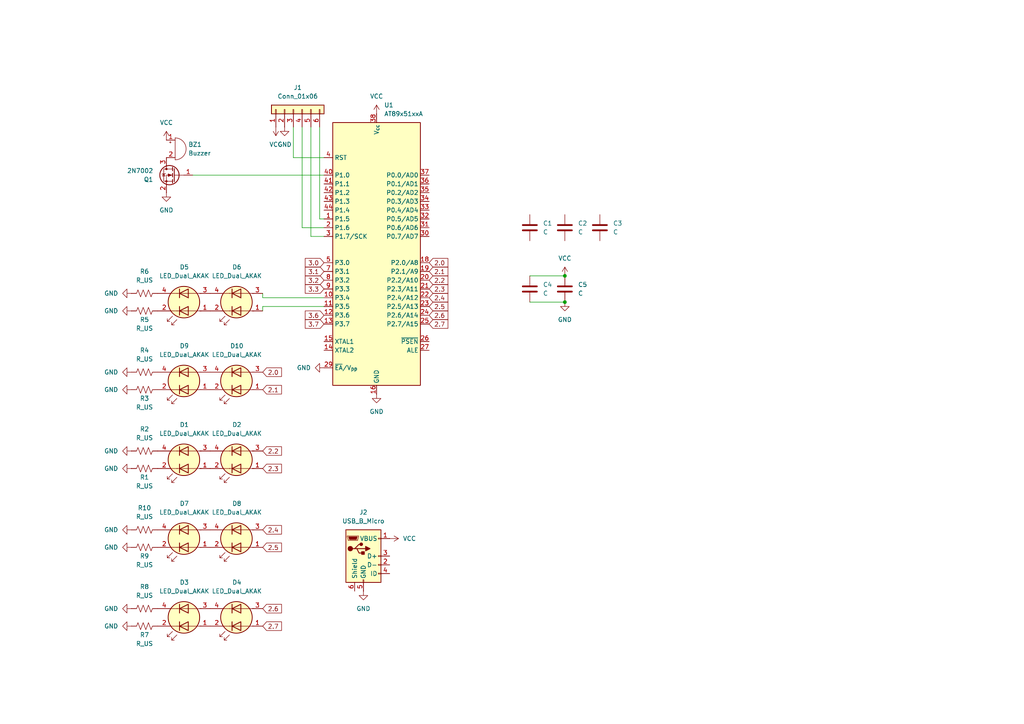
<source format=kicad_sch>
(kicad_sch (version 20231120) (generator "eeschema") (generator_version "8.0")
  (paper "A4")
  (lib_symbols
    (symbol "hacky-holidays:2N7002" (pin_names hide)
      (property "Reference" "Q" (at 5.08 1.905 0))
      (property "Value" "2N7002" (at 5.08 0 0))
      (symbol "2N7002_0_1"
        (polyline (pts (xy 0.254 0) (xy -2.54 0)))
        (polyline (pts (xy 0.254 1.905) (xy 0.254 -1.905)) (stroke (width 0.254)))
        (polyline (pts (xy 0.762 -1.27) (xy 0.762 -2.286)) (stroke (width 0.254)))
        (polyline (pts (xy 0.762 0.508) (xy 0.762 -0.508)) (stroke (width 0.254)))
        (polyline (pts (xy 0.762 2.286) (xy 0.762 1.27)) (stroke (width 0.254)))
        (polyline (pts (xy 2.54 2.54) (xy 2.54 1.778)))
        (polyline (pts (xy 2.54 -2.54) (xy 2.54 0) (xy 0.762 0)))
        (polyline (pts (xy 0.762 -1.778) (xy 3.302 -1.778) (xy 3.302 1.778) (xy 0.762 1.778)))
        (polyline (pts (xy 1.016 0) (xy 2.032 0.381) (xy 2.032 -0.381) (xy 1.016 0)) (fill (type outline)))
        (polyline (pts (xy 2.794 0.508) (xy 2.921 0.381) (xy 3.683 0.381) (xy 3.81 0.254)))
        (polyline (pts (xy 3.302 0.381) (xy 2.921 -0.254) (xy 3.683 -0.254) (xy 3.302 0.381)))
        (circle (center 1.651 0) (radius 2.794) (stroke (width 0.254)))
        (circle (center 2.54 -1.778) (radius 0.254) (fill (type outline)))
        (circle (center 2.54 1.778) (radius 0.254) (fill (type outline)))
      )
      (symbol "2N7002_1_1"
        (pin input line (at -5.08 0 0) (length 2.54) (name "G") (number "1"))
        (pin passive line (at 2.54 -5.08 90) (length 2.54) (name "S") (number "2"))
        (pin passive line (at 2.54 5.08 270) (length 2.54) (name "D") (number "3"))
      )
    )
    (symbol "hacky-holidays:AT89x51xxA"
      (property "Reference" "U" (at 0 0 0))
      (property "Value" "AT89x51xxA" (at 0 0 0))
      (symbol "AT89x51xxA_1_0"
        (pin bidirectional line (at -15.24 17.78 0) (length 2.54) (name "P1.2") (number "42"))
      )
      (symbol "AT89x51xxA_1_1"
        (polyline (pts (xy -12.7 38.1) (xy 12.7 38.1) (xy 12.7 -38.1) (xy -12.7 -38.1) (xy -12.7 38.1)) (stroke (width 0.254)) (fill (type background)))
        (pin bidirectional line (at -15.24 10.16 0) (length 2.54) (name "P1.5") (number "1"))
        (pin bidirectional line (at -15.24 -12.7 0) (length 2.54) (name "P3.4") (number "10"))
        (pin bidirectional line (at -15.24 -15.24 0) (length 2.54) (name "P3.5") (number "11"))
        (pin bidirectional line (at -15.24 -17.78 0) (length 2.54) (name "P3.6") (number "12"))
        (pin bidirectional line (at -15.24 -20.32 0) (length 2.54) (name "P3.7") (number "13"))
        (pin input line (at -15.24 -27.94 0) (length 2.54) (name "XTAL2") (number "14"))
        (pin input line (at -15.24 -25.4 0) (length 2.54) (name "XTAL1") (number "15"))
        (pin power_in line (at 0 -40.64 90) (length 2.54) (name "GND") (number "16"))
        (pin passive line (at 0 -40.64 90) (length 2.54) hide (name "GND") (number "17"))
        (pin bidirectional line (at 15.24 -2.54 180) (length 2.54) (name "P2.0/A8") (number "18"))
        (pin bidirectional line (at 15.24 -5.08 180) (length 2.54) (name "P2.1/A9") (number "19"))
        (pin bidirectional line (at -15.24 7.62 0) (length 2.54) (name "P1.6") (number "2"))
        (pin bidirectional line (at 15.24 -7.62 180) (length 2.54) (name "P2.2/A10") (number "20"))
        (pin bidirectional line (at 15.24 -10.16 180) (length 2.54) (name "P2.3/A11") (number "21"))
        (pin bidirectional line (at 15.24 -12.7 180) (length 2.54) (name "P2.4/A12") (number "22"))
        (pin bidirectional line (at 15.24 -15.24 180) (length 2.54) (name "P2.5/A13") (number "23"))
        (pin bidirectional line (at 15.24 -17.78 180) (length 2.54) (name "P2.6/A14") (number "24"))
        (pin bidirectional line (at 15.24 -20.32 180) (length 2.54) (name "P2.7/A15") (number "25"))
        (pin output line (at 15.24 -25.4 180) (length 2.54) (name "~{PSEN}") (number "26"))
        (pin output line (at 15.24 -27.94 180) (length 2.54) (name "ALE") (number "27"))
        (pin no_connect line (at 12.7 30.48 180) (length 2.54) hide (name "NC") (number "28"))
        (pin input line (at -15.24 -33.02 0) (length 2.54) (name "~{EA}/V_{pp}") (number "29"))
        (pin bidirectional line (at -15.24 5.08 0) (length 2.54) (name "P1.7/SCK") (number "3"))
        (pin bidirectional line (at 15.24 5.08 180) (length 2.54) (name "P0.7/AD7") (number "30"))
        (pin bidirectional line (at 15.24 7.62 180) (length 2.54) (name "P0.6/AD6") (number "31"))
        (pin bidirectional line (at 15.24 10.16 180) (length 2.54) (name "P0.5/AD5") (number "32"))
        (pin bidirectional line (at 15.24 12.7 180) (length 2.54) (name "P0.4/AD4") (number "33"))
        (pin bidirectional line (at 15.24 15.24 180) (length 2.54) (name "P0.3/AD3") (number "34"))
        (pin bidirectional line (at 15.24 17.78 180) (length 2.54) (name "P0.2/AD2") (number "35"))
        (pin bidirectional line (at 15.24 20.32 180) (length 2.54) (name "P0.1/AD1") (number "36"))
        (pin bidirectional line (at 15.24 22.86 180) (length 2.54) (name "P0.0/AD0") (number "37"))
        (pin power_in line (at 0 40.64 270) (length 2.54) (name "V_{cc}") (number "38"))
        (pin no_connect line (at 12.7 27.94 180) (length 2.54) hide (name "NC") (number "39"))
        (pin input line (at -15.24 27.94 0) (length 2.54) (name "RST") (number "4"))
        (pin bidirectional line (at -15.24 22.86 0) (length 2.54) (name "P1.0") (number "40"))
        (pin bidirectional line (at -15.24 20.32 0) (length 2.54) (name "P1.1") (number "41"))
        (pin bidirectional line (at -15.24 15.24 0) (length 2.54) (name "P1.3") (number "43"))
        (pin bidirectional line (at -15.24 12.7 0) (length 2.54) (name "P1.4") (number "44"))
        (pin bidirectional line (at -15.24 -2.54 0) (length 2.54) (name "P3.0") (number "5"))
        (pin no_connect line (at 12.7 33.02 180) (length 2.54) hide (name "NC") (number "6"))
        (pin bidirectional line (at -15.24 -5.08 0) (length 2.54) (name "P3.1") (number "7"))
        (pin bidirectional line (at -15.24 -7.62 0) (length 2.54) (name "P3.2") (number "8"))
        (pin bidirectional line (at -15.24 -10.16 0) (length 2.54) (name "P3.3") (number "9"))
      )
    )
    (symbol "hacky-holidays:Buzzer" (pin_names (offset 0.0254) hide)
      (property "Reference" "BZ" (at 3.81 1.27 0))
      (property "Value" "Buzzer" (at 3.81 -1.27 0))
      (symbol "Buzzer_0_1"
        (arc (start 0 -3.175) (mid 3.1612 0) (end 0 3.175))
        (polyline (pts (xy -1.651 1.905) (xy -1.143 1.905)))
        (polyline (pts (xy -1.397 2.159) (xy -1.397 1.651)))
        (polyline (pts (xy 0 3.175) (xy 0 -3.175)))
      )
      (symbol "Buzzer_1_1"
        (pin passive line (at -2.54 2.54 0) (length 2.54) (name "+") (number "1"))
        (pin passive line (at -2.54 -2.54 0) (length 2.54) (name "-") (number "2"))
      )
    )
    (symbol "hacky-holidays:C" (pin_numbers hide) (pin_names (offset 0.254))
      (property "Reference" "C" (at 0.635 2.54 0))
      (property "Value" "C" (at 0.635 -2.54 0))
      (symbol "C_0_1"
        (polyline (pts (xy -2.032 -0.762) (xy 2.032 -0.762)) (stroke (width 0.508)))
        (polyline (pts (xy -2.032 0.762) (xy 2.032 0.762)) (stroke (width 0.508)))
      )
      (symbol "C_1_1"
        (pin passive line (at 0 3.81 270) (length 2.794) (name "~") (number "1"))
        (pin passive line (at 0 -3.81 90) (length 2.794) (name "~") (number "2"))
      )
    )
    (symbol "hacky-holidays:Conn_01x06" (pin_names (offset 1.016) hide)
      (property "Reference" "J" (at 0 7.62 0))
      (property "Value" "Conn_01x06" (at 0 -10.16 0))
      (symbol "Conn_01x06_1_1"
        (rectangle (start -1.27 -7.493) (end 0 -7.747) (stroke (width 0.1524)))
        (rectangle (start -1.27 -4.953) (end 0 -5.207) (stroke (width 0.1524)))
        (rectangle (start -1.27 -2.413) (end 0 -2.667) (stroke (width 0.1524)))
        (rectangle (start -1.27 0.127) (end 0 -0.127) (stroke (width 0.1524)))
        (rectangle (start -1.27 2.667) (end 0 2.413) (stroke (width 0.1524)))
        (rectangle (start -1.27 5.207) (end 0 4.953) (stroke (width 0.1524)))
        (rectangle (start -1.27 6.35) (end 1.27 -8.89) (stroke (width 0.254)) (fill (type background)))
        (pin passive line (at -5.08 5.08 0) (length 3.81) (name "Pin_1") (number "1"))
        (pin passive line (at -5.08 2.54 0) (length 3.81) (name "Pin_2") (number "2"))
        (pin passive line (at -5.08 0 0) (length 3.81) (name "Pin_3") (number "3"))
        (pin passive line (at -5.08 -2.54 0) (length 3.81) (name "Pin_4") (number "4"))
        (pin passive line (at -5.08 -5.08 0) (length 3.81) (name "Pin_5") (number "5"))
        (pin passive line (at -5.08 -7.62 0) (length 3.81) (name "Pin_6") (number "6"))
      )
    )
    (symbol "hacky-holidays:GND" (power) (pin_numbers hide) (pin_names (offset 0) hide)
      (property "Value" "GND" (at 0 -3.81 0))
      (symbol "GND_0_1"
        (polyline (pts (xy 0 0) (xy 0 -1.27) (xy 1.27 -1.27) (xy 0 -2.54) (xy -1.27 -1.27) (xy 0 -1.27)))
      )
      (symbol "GND_1_1"
        (pin power_in line (at 0 0 270) (length 0) (name "~") (number "1"))
      )
    )
    (symbol "hacky-holidays:LED_Dual_AKAK" (pin_names (offset 0) hide)
      (property "Reference" "D" (at 0 5.715 0))
      (property "Value" "LED_Dual_AKAK" (at 0 -6.35 0))
      (symbol "LED_Dual_AKAK_0_1"
        (polyline (pts (xy -5.08 -2.54) (xy 2.032 -2.54)))
        (polyline (pts (xy -5.08 2.54) (xy 2.032 2.54)))
        (polyline (pts (xy 1.27 -1.27) (xy 1.27 -3.81)) (stroke (width 0.254)))
        (polyline (pts (xy 1.27 3.81) (xy 1.27 1.27)) (stroke (width 0.254)))
        (polyline (pts (xy 3.81 -2.54) (xy 1.905 -2.54)))
        (polyline (pts (xy 3.81 2.54) (xy 1.905 2.54)))
        (polyline (pts (xy -1.27 -1.27) (xy -1.27 -3.81) (xy 1.27 -2.54) (xy -1.27 -1.27)) (stroke (width 0.254)))
        (polyline (pts (xy -1.27 3.81) (xy -1.27 1.27) (xy 1.27 2.54) (xy -1.27 3.81)) (stroke (width 0.254)))
        (polyline (pts (xy 2.032 5.08) (xy 3.556 6.604) (xy 2.794 6.604) (xy 3.556 6.604) (xy 3.556 5.842)))
        (polyline (pts (xy 3.302 4.064) (xy 4.826 5.588) (xy 4.064 5.588) (xy 4.826 5.588) (xy 4.826 4.826)))
        (circle (center 0 0) (radius 4.572) (stroke (width 0.254)) (fill (type background)))
      )
      (symbol "LED_Dual_AKAK_1_1"
        (pin input line (at -7.62 2.54 0) (length 3.048) (name "A1") (number "1"))
        (pin input line (at 7.62 2.54 180) (length 3.81) (name "K1") (number "2"))
        (pin input line (at -7.62 -2.54 0) (length 3.048) (name "A2") (number "3"))
        (pin input line (at 7.62 -2.54 180) (length 3.81) (name "K2") (number "4"))
      )
    )
    (symbol "hacky-holidays:R_US" (pin_numbers hide) (pin_names (offset 0))
      (property "Reference" "R" (at 2.54 0 90))
      (property "Value" "R_US" (at -2.54 0 90))
      (symbol "R_US_0_1"
        (polyline (pts (xy 0 -2.286) (xy 0 -2.54)))
        (polyline (pts (xy 0 2.286) (xy 0 2.54)))
        (polyline (pts (xy 0 -0.762) (xy 1.016 -1.143) (xy 0 -1.524) (xy -1.016 -1.905) (xy 0 -2.286)))
        (polyline (pts (xy 0 0.762) (xy 1.016 0.381) (xy 0 0) (xy -1.016 -0.381) (xy 0 -0.762)))
        (polyline (pts (xy 0 2.286) (xy 1.016 1.905) (xy 0 1.524) (xy -1.016 1.143) (xy 0 0.762)))
      )
      (symbol "R_US_1_1"
        (pin passive line (at 0 3.81 270) (length 1.27) (name "~") (number "1"))
        (pin passive line (at 0 -3.81 90) (length 1.27) (name "~") (number "2"))
      )
    )
    (symbol "hacky-holidays:USB_B_Micro" (pin_names (offset 1.016))
      (property "Reference" "J" (at -5.08 11.43 0))
      (property "Value" "USB_B_Micro" (at -5.08 8.89 0))
      (symbol "USB_B_Micro_0_1"
        (rectangle (start -5.08 -7.62) (end 5.08 7.62) (stroke (width 0.254)) (fill (type background)))
        (circle (center -3.81 2.159) (radius 0.635) (stroke (width 0.254)) (fill (type outline)))
        (circle (center -0.635 3.429) (radius 0.381) (stroke (width 0.254)) (fill (type outline)))
        (rectangle (start -0.127 -7.62) (end 0.127 -6.858))
        (polyline (pts (xy -1.905 2.159) (xy 0.635 2.159)) (stroke (width 0.254)))
        (polyline (pts (xy -3.175 2.159) (xy -2.54 2.159) (xy -1.27 3.429) (xy -0.635 3.429)) (stroke (width 0.254)))
        (polyline (pts (xy -2.54 2.159) (xy -1.905 2.159) (xy -1.27 0.889) (xy 0 0.889)) (stroke (width 0.254)))
        (polyline (pts (xy 0.635 2.794) (xy 0.635 1.524) (xy 1.905 2.159) (xy 0.635 2.794)) (stroke (width 0.254)) (fill (type outline)))
        (polyline (pts (xy -4.318 5.588) (xy -1.778 5.588) (xy -2.032 4.826) (xy -4.064 4.826) (xy -4.318 5.588)) (fill (type outline)))
        (polyline (pts (xy -4.699 5.842) (xy -4.699 5.588) (xy -4.445 4.826) (xy -4.445 4.572) (xy -1.651 4.572) (xy -1.651 4.826) (xy -1.397 5.588) (xy -1.397 5.842) (xy -4.699 5.842)))
        (rectangle (start 0.254 1.27) (end -0.508 0.508) (stroke (width 0.254)) (fill (type outline)))
        (rectangle (start 5.08 -5.207) (end 4.318 -4.953))
        (rectangle (start 5.08 -2.667) (end 4.318 -2.413))
        (rectangle (start 5.08 -0.127) (end 4.318 0.127))
        (rectangle (start 5.08 4.953) (end 4.318 5.207))
      )
      (symbol "USB_B_Micro_1_1"
        (pin power_out line (at 7.62 5.08 180) (length 2.54) (name "VBUS") (number "1"))
        (pin bidirectional line (at 7.62 -2.54 180) (length 2.54) (name "D-") (number "2"))
        (pin bidirectional line (at 7.62 0 180) (length 2.54) (name "D+") (number "3"))
        (pin passive line (at 7.62 -5.08 180) (length 2.54) (name "ID") (number "4"))
        (pin power_out line (at 0 -10.16 90) (length 2.54) (name "GND") (number "5"))
        (pin passive line (at -2.54 -10.16 90) (length 2.54) (name "Shield") (number "6"))
      )
    )
    (symbol "hacky-holidays:VCC" (power) (pin_numbers hide) (pin_names (offset 0) hide)
      (property "Value" "VCC" (at 0 3.556 0))
      (symbol "VCC_0_1"
        (polyline (pts (xy -0.762 1.27) (xy 0 2.54)))
        (polyline (pts (xy 0 0) (xy 0 2.54)))
        (polyline (pts (xy 0 2.54) (xy 0.762 1.27)))
      )
      (symbol "VCC_1_1"
        (pin power_in line (at 0 0 90) (length 0) (name "~") (number "1"))
      )
    )
  )
  (junction (at 163.83 80.01))
  (junction (at 163.83 87.63))
  (wire (pts (xy 90.17 36.83) (xy 90.17 68.58)))
  (wire (pts (xy 90.17 68.58) (xy 93.98 68.58)))
  (wire (pts (xy 93.98 50.8) (xy 55.88 50.8)))
  (wire (pts (xy 153.67 80.01) (xy 163.83 80.01)))
  (wire (pts (xy 76.2 88.9) (xy 76.2 90.17)))
  (wire (pts (xy 92.71 63.5) (xy 93.98 63.5)))
  (wire (pts (xy 85.09 45.72) (xy 93.98 45.72)))
  (wire (pts (xy 76.2 88.9) (xy 93.98 88.9)))
  (wire (pts (xy 87.63 36.83) (xy 87.63 66.04)))
  (wire (pts (xy 76.2 86.36) (xy 93.98 86.36)))
  (wire (pts (xy 92.71 36.83) (xy 92.71 63.5)))
  (wire (pts (xy 85.09 45.72) (xy 85.09 36.83)))
  (wire (pts (xy 153.67 87.63) (xy 163.83 87.63)))
  (wire (pts (xy 76.2 85.09) (xy 76.2 86.36)))
  (wire (pts (xy 87.63 66.04) (xy 93.98 66.04)))
  (global_label "2.4" (shape input) (at 124.46 86.36 0) (property "Intersheetrefs" "${INTERSHEET_REFS}" (effects (hide yes))))
  (global_label "2.5" (shape input) (at 124.46 88.9 0) (property "Intersheetrefs" "${INTERSHEET_REFS}" (effects (hide yes))))
  (global_label "2.5" (shape input) (at 76.2 158.75 0) (property "Intersheetrefs" "${INTERSHEET_REFS}" (effects (hide yes))))
  (global_label "3.3" (shape input) (at 93.98 83.82 180) (property "Intersheetrefs" "${INTERSHEET_REFS}" (effects (hide yes))))
  (global_label "2.2" (shape input) (at 76.2 130.81 0) (property "Intersheetrefs" "${INTERSHEET_REFS}" (effects (hide yes))))
  (global_label "2.7" (shape input) (at 124.46 93.98 0) (property "Intersheetrefs" "${INTERSHEET_REFS}" (effects (hide yes))))
  (global_label "2.3" (shape input) (at 124.46 83.82 0) (property "Intersheetrefs" "${INTERSHEET_REFS}" (effects (hide yes))))
  (global_label "2.4" (shape input) (at 76.2 153.67 0) (property "Intersheetrefs" "${INTERSHEET_REFS}" (effects (hide yes))))
  (global_label "2.0" (shape input) (at 76.2 107.95 0) (property "Intersheetrefs" "${INTERSHEET_REFS}" (effects (hide yes))))
  (global_label "2.2" (shape input) (at 124.46 81.28 0) (property "Intersheetrefs" "${INTERSHEET_REFS}" (effects (hide yes))))
  (global_label "2.7" (shape input) (at 76.2 181.61 0) (property "Intersheetrefs" "${INTERSHEET_REFS}" (effects (hide yes))))
  (global_label "2.1" (shape input) (at 76.2 113.03 0) (property "Intersheetrefs" "${INTERSHEET_REFS}" (effects (hide yes))))
  (global_label "2.6" (shape input) (at 124.46 91.44 0) (property "Intersheetrefs" "${INTERSHEET_REFS}" (effects (hide yes))))
  (global_label "3.2" (shape input) (at 93.98 81.28 180) (property "Intersheetrefs" "${INTERSHEET_REFS}" (effects (hide yes))))
  (global_label "2.6" (shape input) (at 76.2 176.53 0) (property "Intersheetrefs" "${INTERSHEET_REFS}" (effects (hide yes))))
  (global_label "2.1" (shape input) (at 124.46 78.74 0) (property "Intersheetrefs" "${INTERSHEET_REFS}" (effects (hide yes))))
  (global_label "3.6" (shape input) (at 93.98 91.44 180) (property "Intersheetrefs" "${INTERSHEET_REFS}" (effects (hide yes))))
  (global_label "3.0" (shape input) (at 93.98 76.2 180) (property "Intersheetrefs" "${INTERSHEET_REFS}" (effects (hide yes))))
  (global_label "3.1" (shape input) (at 93.98 78.74 180) (property "Intersheetrefs" "${INTERSHEET_REFS}" (effects (hide yes))))
  (global_label "2.0" (shape input) (at 124.46 76.2 0) (property "Intersheetrefs" "${INTERSHEET_REFS}" (effects (hide yes))))
  (global_label "2.3" (shape input) (at 76.2 135.89 0) (property "Intersheetrefs" "${INTERSHEET_REFS}" (effects (hide yes))))
  (global_label "3.7" (shape input) (at 93.98 93.98 180) (property "Intersheetrefs" "${INTERSHEET_REFS}" (effects (hide yes))))
  (symbol (lib_id "hacky-holidays:R_US") (at 41.91 158.75 90) (unit 1)
    (property "Reference" "R9" (at 41.91 161.29 90))
    (property "Value" "R_US" (at 41.91 163.83 90))
    (property "Footprint" "Resistor_SMD:R_0402_1005Metric" (effects (hide yes)))
    (property "Description" "Resistor, US symbol" (effects (hide yes)))
  )
  (symbol (lib_id "hacky-holidays:2N7002") (at 50.8 50.8 0) (mirror y) (unit 1)
    (property "Reference" "Q1" (at 44.45 52.0701 0) (effects (justify left)))
    (property "Value" "2N7002" (at 44.45 49.5301 0) (effects (justify left)))
    (property "Footprint" "Package_TO_SOT_SMD:SOT-23" (effects (hide yes)))
    (property "Datasheet" "https://www.onsemi.com/pub/Collateral/NDS7002A-D.PDF" (effects (hide yes)))
    (property "Description" "0.115A Id, 60V Vds, N-Channel MOSFET, SOT-23" (effects (hide yes)))
  )
  (symbol (lib_id "hacky-holidays:R_US") (at 41.91 107.95 90) (unit 1)
    (property "Reference" "R4" (at 41.91 101.6 90))
    (property "Value" "R_US" (at 41.91 104.14 90))
    (property "Footprint" "Resistor_SMD:R_0402_1005Metric" (effects (hide yes)))
    (property "Description" "Resistor, US symbol" (effects (hide yes)))
  )
  (symbol (lib_id "hacky-holidays:Conn_01x06") (at 85.09 31.75 90) (unit 1)
    (property "Reference" "J1" (at 86.36 25.4 90))
    (property "Value" "Conn_01x06" (at 86.36 27.94 90))
    (property "Footprint" "easyeda:HDR-SMD_6P-P2.54-V-M-S4.8" (effects (hide yes)))
    (property "Description" "Generic connector, single row, 01x06, script generated (kicad-library-utils/schlib/autogen/connector/)" (effects (hide yes)))
  )
  (symbol (lib_id "hacky-holidays:R_US") (at 41.91 130.81 90) (unit 1)
    (property "Reference" "R2" (at 41.91 124.46 90))
    (property "Value" "R_US" (at 41.91 127 90))
    (property "Footprint" "Resistor_SMD:R_0402_1005Metric" (effects (hide yes)))
    (property "Description" "Resistor, US symbol" (effects (hide yes)))
  )
  (symbol (lib_id "hacky-holidays:LED_Dual_AKAK") (at 68.58 179.07 180) (unit 1)
    (property "Reference" "D4" (at 68.707 168.91 0))
    (property "Value" "LED_Dual_AKAK" (at 68.707 171.45 0))
    (property "Footprint" "easyeda:LED-ARRAY-SMD_4P-L1.6-W1.5-BR-A" (effects (hide yes)))
    (property "Description" "Dual LED, cathodes on pins 2 and 4" (effects (hide yes)))
  )
  (symbol (lib_id "hacky-holidays:LED_Dual_AKAK") (at 53.34 110.49 180) (unit 1)
    (property "Reference" "D9" (at 53.467 100.33 0))
    (property "Value" "LED_Dual_AKAK" (at 53.467 102.87 0))
    (property "Footprint" "easyeda:LED-ARRAY-SMD_4P-L1.6-W1.5-BR-A" (effects (hide yes)))
    (property "Description" "Dual LED, cathodes on pins 2 and 4" (effects (hide yes)))
  )
  (symbol (lib_id "hacky-holidays:Buzzer") (at 50.8 43.18 0) (unit 1)
    (property "Reference" "BZ1" (at 54.61 41.9099 0) (effects (justify left)))
    (property "Value" "Buzzer" (at 54.61 44.4499 0) (effects (justify left)))
    (property "Footprint" "easyeda:BUZ-SMD_FST-9018" (effects (hide yes)))
    (property "Description" "Buzzer, polarized" (effects (hide yes)))
  )
  (symbol (lib_id "hacky-holidays:R_US") (at 41.91 153.67 90) (unit 1)
    (property "Reference" "R10" (at 41.91 147.32 90))
    (property "Value" "R_US" (at 41.91 149.86 90))
    (property "Footprint" "Resistor_SMD:R_0402_1005Metric" (effects (hide yes)))
    (property "Description" "Resistor, US symbol" (effects (hide yes)))
  )
  (symbol (lib_id "hacky-holidays:USB_B_Micro") (at 105.41 161.29 0) (unit 1)
    (property "Reference" "J2" (at 105.41 148.59 0))
    (property "Value" "USB_B_Micro" (at 105.41 151.13 0))
    (property "Footprint" "easyeda:MICRO-USB-SMD_USB-MR-D-023" (effects (hide yes)))
    (property "Description" "USB Micro Type B connector" (effects (hide yes)))
  )
  (symbol (lib_id "hacky-holidays:LED_Dual_AKAK") (at 68.58 133.35 180) (unit 1)
    (property "Reference" "D2" (at 68.707 123.19 0))
    (property "Value" "LED_Dual_AKAK" (at 68.707 125.73 0))
    (property "Footprint" "easyeda:LED-ARRAY-SMD_4P-L1.6-W1.5-BR-A" (effects (hide yes)))
    (property "Description" "Dual LED, cathodes on pins 2 and 4" (effects (hide yes)))
  )
  (symbol (lib_id "hacky-holidays:GND") (at 93.98 106.68 270) (unit 1)
    (property "Reference" "#PWR08" (effects (hide yes)))
    (property "Value" "GND" (at 90.17 106.6799 90) (effects (justify right)))
    (property "Description" "Power symbol creates a global label with name \"GND\" , ground" (effects (hide yes)))
  )
  (symbol (lib_id "hacky-holidays:LED_Dual_AKAK") (at 53.34 179.07 180) (unit 1)
    (property "Reference" "D3" (at 53.467 168.91 0))
    (property "Value" "LED_Dual_AKAK" (at 53.467 171.45 0))
    (property "Footprint" "easyeda:LED-ARRAY-SMD_4P-L1.6-W1.5-BR-A" (effects (hide yes)))
    (property "Description" "Dual LED, cathodes on pins 2 and 4" (effects (hide yes)))
  )
  (symbol (lib_id "hacky-holidays:GND") (at 105.41 171.45 0) (unit 1)
    (property "Reference" "#PWR019" (effects (hide yes)))
    (property "Value" "GND" (at 105.41 176.53 0))
    (property "Description" "Power symbol creates a global label with name \"GND\" , ground" (effects (hide yes)))
  )
  (symbol (lib_id "hacky-holidays:GND") (at 38.1 130.81 270) (unit 1)
    (property "Reference" "#PWR06" (effects (hide yes)))
    (property "Value" "GND" (at 34.29 130.8099 90) (effects (justify right)))
    (property "Description" "Power symbol creates a global label with name \"GND\" , ground" (effects (hide yes)))
  )
  (symbol (lib_id "hacky-holidays:GND") (at 38.1 135.89 270) (unit 1)
    (property "Reference" "#PWR07" (effects (hide yes)))
    (property "Value" "GND" (at 34.29 135.8899 90) (effects (justify right)))
    (property "Description" "Power symbol creates a global label with name \"GND\" , ground" (effects (hide yes)))
  )
  (symbol (lib_id "hacky-holidays:GND") (at 38.1 181.61 270) (unit 1)
    (property "Reference" "#PWR010" (effects (hide yes)))
    (property "Value" "GND" (at 34.29 181.6099 90) (effects (justify right)))
    (property "Description" "Power symbol creates a global label with name \"GND\" , ground" (effects (hide yes)))
  )
  (symbol (lib_id "hacky-holidays:C") (at 173.99 66.04 0) (unit 1)
    (property "Reference" "C3" (at 177.8 64.7699 0) (effects (justify left)))
    (property "Value" "C" (at 177.8 67.3099 0) (effects (justify left)))
    (property "Footprint" "Capacitor_SMD:C_0402_1005Metric" (effects (hide yes)))
    (property "Description" "Unpolarized capacitor" (effects (hide yes)))
  )
  (symbol (lib_id "hacky-holidays:R_US") (at 41.91 113.03 90) (unit 1)
    (property "Reference" "R3" (at 41.91 115.57 90))
    (property "Value" "R_US" (at 41.91 118.11 90))
    (property "Footprint" "Resistor_SMD:R_0402_1005Metric" (effects (hide yes)))
    (property "Description" "Resistor, US symbol" (effects (hide yes)))
  )
  (symbol (lib_id "hacky-holidays:GND") (at 38.1 113.03 270) (unit 1)
    (property "Reference" "#PWR017" (effects (hide yes)))
    (property "Value" "GND" (at 34.29 113.0299 90) (effects (justify right)))
    (property "Description" "Power symbol creates a global label with name \"GND\" , ground" (effects (hide yes)))
  )
  (symbol (lib_id "hacky-holidays:LED_Dual_AKAK") (at 68.58 87.63 180) (unit 1)
    (property "Reference" "D6" (at 68.707 77.47 0))
    (property "Value" "LED_Dual_AKAK" (at 68.707 80.01 0))
    (property "Footprint" "easyeda:LED-ARRAY-SMD_4P-L1.6-W1.5-BR-A" (effects (hide yes)))
    (property "Description" "Dual LED, cathodes on pins 2 and 4" (effects (hide yes)))
  )
  (symbol (lib_id "hacky-holidays:VCC") (at 48.26 40.64 0) (unit 1)
    (property "Reference" "#PWR04" (effects (hide yes)))
    (property "Value" "VCC" (at 48.26 35.56 0))
    (property "Description" "Power symbol creates a global label with name \"VCC\"" (effects (hide yes)))
  )
  (symbol (lib_id "hacky-holidays:VCC") (at 113.03 156.21 270) (unit 1)
    (property "Reference" "#PWR018" (effects (hide yes)))
    (property "Value" "VCC" (at 116.84 156.2099 90) (effects (justify left)))
    (property "Description" "Power symbol creates a global label with name \"VCC\"" (effects (hide yes)))
  )
  (symbol (lib_id "hacky-holidays:R_US") (at 41.91 90.17 90) (unit 1)
    (property "Reference" "R5" (at 41.91 92.71 90))
    (property "Value" "R_US" (at 41.91 95.25 90))
    (property "Footprint" "Resistor_SMD:R_0402_1005Metric" (effects (hide yes)))
    (property "Description" "Resistor, US symbol" (effects (hide yes)))
  )
  (symbol (lib_id "hacky-holidays:GND") (at 163.83 87.63 0) (unit 1)
    (property "Reference" "#PWR021" (effects (hide yes)))
    (property "Value" "GND" (at 163.83 92.71 0))
    (property "Description" "Power symbol creates a global label with name \"GND\" , ground" (effects (hide yes)))
  )
  (symbol (lib_id "hacky-holidays:LED_Dual_AKAK") (at 68.58 156.21 180) (unit 1)
    (property "Reference" "D8" (at 68.707 146.05 0))
    (property "Value" "LED_Dual_AKAK" (at 68.707 148.59 0))
    (property "Footprint" "easyeda:LED-ARRAY-SMD_4P-L1.6-W1.5-BR-A" (effects (hide yes)))
    (property "Description" "Dual LED, cathodes on pins 2 and 4" (effects (hide yes)))
  )
  (symbol (lib_id "hacky-holidays:GND") (at 109.22 114.3 0) (unit 1)
    (property "Reference" "#PWR011" (effects (hide yes)))
    (property "Value" "GND" (at 109.22 119.38 0))
    (property "Description" "Power symbol creates a global label with name \"GND\" , ground" (effects (hide yes)))
  )
  (symbol (lib_id "hacky-holidays:GND") (at 38.1 90.17 270) (unit 1)
    (property "Reference" "#PWR013" (effects (hide yes)))
    (property "Value" "GND" (at 34.29 90.1699 90) (effects (justify right)))
    (property "Description" "Power symbol creates a global label with name \"GND\" , ground" (effects (hide yes)))
  )
  (symbol (lib_id "hacky-holidays:R_US") (at 41.91 181.61 90) (unit 1)
    (property "Reference" "R7" (at 41.91 184.15 90))
    (property "Value" "R_US" (at 41.91 186.69 90))
    (property "Footprint" "Resistor_SMD:R_0402_1005Metric" (effects (hide yes)))
    (property "Description" "Resistor, US symbol" (effects (hide yes)))
  )
  (symbol (lib_id "hacky-holidays:GND") (at 82.55 36.83 0) (unit 1)
    (property "Reference" "#PWR03" (effects (hide yes)))
    (property "Value" "GND" (at 82.55 41.91 0))
    (property "Description" "Power symbol creates a global label with name \"GND\" , ground" (effects (hide yes)))
  )
  (symbol (lib_id "hacky-holidays:VCC") (at 80.01 36.83 180) (unit 1)
    (property "Reference" "#PWR02" (effects (hide yes)))
    (property "Value" "VCC" (at 80.01 41.91 0))
    (property "Description" "Power symbol creates a global label with name \"VCC\"" (effects (hide yes)))
  )
  (symbol (lib_id "hacky-holidays:LED_Dual_AKAK") (at 68.58 110.49 180) (unit 1)
    (property "Reference" "D10" (at 68.707 100.33 0))
    (property "Value" "LED_Dual_AKAK" (at 68.707 102.87 0))
    (property "Footprint" "easyeda:LED-ARRAY-SMD_4P-L1.6-W1.5-BR-A" (effects (hide yes)))
    (property "Description" "Dual LED, cathodes on pins 2 and 4" (effects (hide yes)))
  )
  (symbol (lib_id "hacky-holidays:R_US") (at 41.91 85.09 90) (unit 1)
    (property "Reference" "R6" (at 41.91 78.74 90))
    (property "Value" "R_US" (at 41.91 81.28 90))
    (property "Footprint" "Resistor_SMD:R_0402_1005Metric" (effects (hide yes)))
    (property "Description" "Resistor, US symbol" (effects (hide yes)))
  )
  (symbol (lib_id "hacky-holidays:R_US") (at 41.91 135.89 90) (unit 1)
    (property "Reference" "R1" (at 41.91 138.43 90))
    (property "Value" "R_US" (at 41.91 140.97 90))
    (property "Footprint" "Resistor_SMD:R_0402_1005Metric" (effects (hide yes)))
    (property "Description" "Resistor, US symbol" (effects (hide yes)))
  )
  (symbol (lib_id "hacky-holidays:AT89x51xxA") (at 109.22 73.66 0) (unit 1)
    (property "Reference" "U1" (at 111.4141 30.48 0) (effects (justify left)))
    (property "Value" "AT89x51xxA" (at 111.4141 33.02 0) (effects (justify left)))
    (property "Footprint" "Package_QFP:TQFP-44_10x10mm_P0.8mm" (effects (hide yes)))
    (property "Datasheet" "https://ww1.microchip.com/downloads/en/DeviceDoc/doc2487.pdf" (effects (hide yes)))
    (property "Description" "8-bit Microcontroller with 4K Bytes Flash, TQFP-44" (effects (hide yes)))
  )
  (symbol (lib_id "hacky-holidays:LED_Dual_AKAK") (at 53.34 133.35 180) (unit 1)
    (property "Reference" "D1" (at 53.467 123.19 0))
    (property "Value" "LED_Dual_AKAK" (at 53.467 125.73 0))
    (property "Footprint" "easyeda:LED-ARRAY-SMD_4P-L1.6-W1.5-BR-A" (effects (hide yes)))
    (property "Description" "Dual LED, cathodes on pins 2 and 4" (effects (hide yes)))
  )
  (symbol (lib_id "hacky-holidays:C") (at 153.67 83.82 0) (unit 1)
    (property "Reference" "C4" (at 157.48 82.5499 0) (effects (justify left)))
    (property "Value" "C" (at 157.48 85.0899 0) (effects (justify left)))
    (property "Footprint" "Capacitor_SMD:C_0402_1005Metric" (effects (hide yes)))
    (property "Description" "Unpolarized capacitor" (effects (hide yes)))
  )
  (symbol (lib_id "hacky-holidays:GND") (at 38.1 85.09 270) (unit 1)
    (property "Reference" "#PWR012" (effects (hide yes)))
    (property "Value" "GND" (at 34.29 85.0899 90) (effects (justify right)))
    (property "Description" "Power symbol creates a global label with name \"GND\" , ground" (effects (hide yes)))
  )
  (symbol (lib_id "hacky-holidays:GND") (at 38.1 107.95 270) (unit 1)
    (property "Reference" "#PWR016" (effects (hide yes)))
    (property "Value" "GND" (at 34.29 107.9499 90) (effects (justify right)))
    (property "Description" "Power symbol creates a global label with name \"GND\" , ground" (effects (hide yes)))
  )
  (symbol (lib_id "hacky-holidays:LED_Dual_AKAK") (at 53.34 156.21 180) (unit 1)
    (property "Reference" "D7" (at 53.467 146.05 0))
    (property "Value" "LED_Dual_AKAK" (at 53.467 148.59 0))
    (property "Footprint" "easyeda:LED-ARRAY-SMD_4P-L1.6-W1.5-BR-A" (effects (hide yes)))
    (property "Description" "Dual LED, cathodes on pins 2 and 4" (effects (hide yes)))
  )
  (symbol (lib_id "hacky-holidays:R_US") (at 41.91 176.53 90) (unit 1)
    (property "Reference" "R8" (at 41.91 170.18 90))
    (property "Value" "R_US" (at 41.91 172.72 90))
    (property "Footprint" "Resistor_SMD:R_0402_1005Metric" (effects (hide yes)))
    (property "Description" "Resistor, US symbol" (effects (hide yes)))
  )
  (symbol (lib_id "hacky-holidays:C") (at 163.83 83.82 0) (unit 1)
    (property "Reference" "C5" (at 167.64 82.5499 0) (effects (justify left)))
    (property "Value" "C" (at 167.64 85.0899 0) (effects (justify left)))
    (property "Footprint" "Capacitor_SMD:C_0402_1005Metric" (effects (hide yes)))
    (property "Description" "Unpolarized capacitor" (effects (hide yes)))
  )
  (symbol (lib_id "hacky-holidays:GND") (at 38.1 153.67 270) (unit 1)
    (property "Reference" "#PWR014" (effects (hide yes)))
    (property "Value" "GND" (at 34.29 153.6699 90) (effects (justify right)))
    (property "Description" "Power symbol creates a global label with name \"GND\" , ground" (effects (hide yes)))
  )
  (symbol (lib_id "hacky-holidays:VCC") (at 163.83 80.01 0) (unit 1)
    (property "Reference" "#PWR020" (effects (hide yes)))
    (property "Value" "VCC" (at 163.83 74.93 0))
    (property "Description" "Power symbol creates a global label with name \"VCC\"" (effects (hide yes)))
  )
  (symbol (lib_id "hacky-holidays:GND") (at 48.26 55.88 0) (unit 1)
    (property "Reference" "#PWR05" (effects (hide yes)))
    (property "Value" "GND" (at 48.26 60.96 0))
    (property "Description" "Power symbol creates a global label with name \"GND\" , ground" (effects (hide yes)))
  )
  (symbol (lib_id "hacky-holidays:GND") (at 38.1 158.75 270) (unit 1)
    (property "Reference" "#PWR015" (effects (hide yes)))
    (property "Value" "GND" (at 34.29 158.7499 90) (effects (justify right)))
    (property "Description" "Power symbol creates a global label with name \"GND\" , ground" (effects (hide yes)))
  )
  (symbol (lib_id "hacky-holidays:C") (at 153.67 66.04 0) (unit 1)
    (property "Reference" "C1" (at 157.48 64.7699 0) (effects (justify left)))
    (property "Value" "C" (at 157.48 67.3099 0) (effects (justify left)))
    (property "Footprint" "Capacitor_SMD:C_0402_1005Metric" (effects (hide yes)))
    (property "Description" "Unpolarized capacitor" (effects (hide yes)))
  )
  (symbol (lib_id "hacky-holidays:VCC") (at 109.22 33.02 0) (unit 1)
    (property "Reference" "#PWR01" (effects (hide yes)))
    (property "Value" "VCC" (at 109.22 27.94 0))
    (property "Description" "Power symbol creates a global label with name \"VCC\"" (effects (hide yes)))
  )
  (symbol (lib_id "hacky-holidays:GND") (at 38.1 176.53 270) (unit 1)
    (property "Reference" "#PWR09" (effects (hide yes)))
    (property "Value" "GND" (at 34.29 176.5299 90) (effects (justify right)))
    (property "Description" "Power symbol creates a global label with name \"GND\" , ground" (effects (hide yes)))
  )
  (symbol (lib_id "hacky-holidays:C") (at 163.83 66.04 0) (unit 1)
    (property "Reference" "C2" (at 167.64 64.7699 0) (effects (justify left)))
    (property "Value" "C" (at 167.64 67.3099 0) (effects (justify left)))
    (property "Footprint" "Capacitor_SMD:C_0402_1005Metric" (effects (hide yes)))
    (property "Description" "Unpolarized capacitor" (effects (hide yes)))
  )
  (symbol (lib_id "hacky-holidays:LED_Dual_AKAK") (at 53.34 87.63 180) (unit 1)
    (property "Reference" "D5" (at 53.467 77.47 0))
    (property "Value" "LED_Dual_AKAK" (at 53.467 80.01 0))
    (property "Footprint" "easyeda:LED-ARRAY-SMD_4P-L1.6-W1.5-BR-A" (effects (hide yes)))
    (property "Description" "Dual LED, cathodes on pins 2 and 4" (effects (hide yes)))
  )
)
</source>
